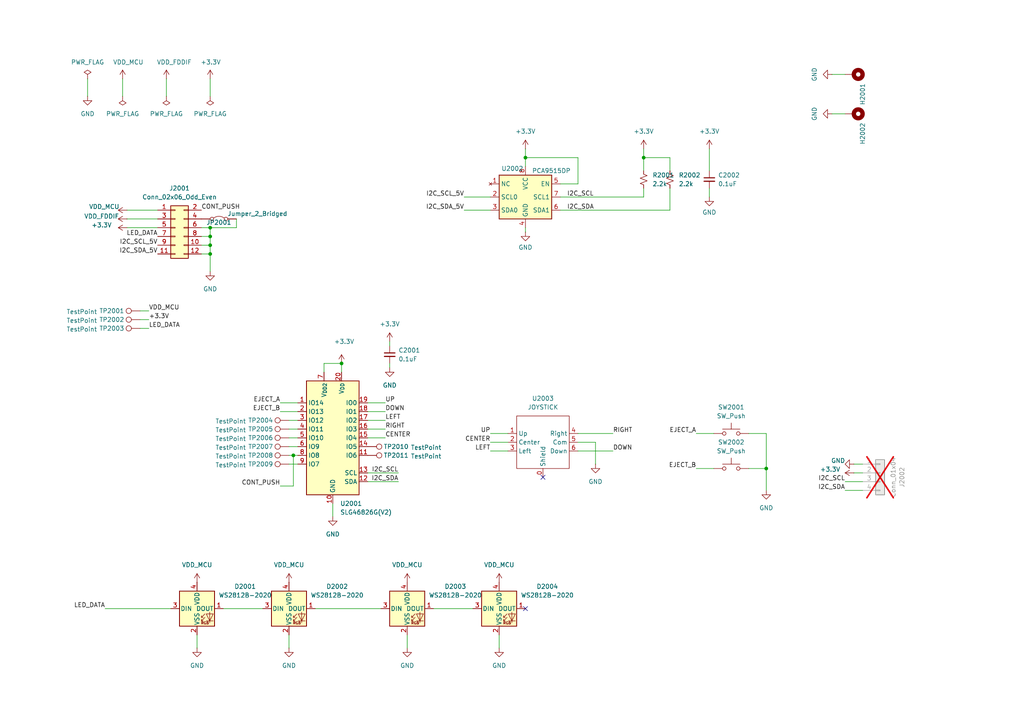
<source format=kicad_sch>
(kicad_sch (version 20250114) (generator "eeschema") (generator_version "9.0")
  (paper "A4")
  (lib_symbols
    (symbol "Connector:TestPoint" (pin_numbers (hide yes)) (pin_names (offset 0.762) (hide yes))
      (property "Reference" "TP" (at 0 6.858 0))
      (property "Value" "TestPoint" (at 0 5.08 0))
      (symbol "TestPoint_0_1"
        (circle (center 0 3.302) (radius 0.762))
      )
      (symbol "TestPoint_1_1"
        (pin passive line (at 0 0 90) (length 2.54) (name "1") (number "1"))
      )
    )
    (symbol "Connector_Generic:Conn_01x04" (pin_names (offset 1.016) (hide yes))
      (property "Reference" "J" (at 0 5.08 0))
      (property "Value" "Conn_01x04" (at 0 -7.62 0))
      (symbol "Conn_01x04_1_1"
        (rectangle (start -1.27 3.81) (end 1.27 -6.35) (stroke (width 0.254)) (fill (type background)))
        (rectangle (start -1.27 2.667) (end 0 2.413) (stroke (width 0.1524)))
        (rectangle (start -1.27 0.127) (end 0 -0.127) (stroke (width 0.1524)))
        (rectangle (start -1.27 -2.413) (end 0 -2.667) (stroke (width 0.1524)))
        (rectangle (start -1.27 -4.953) (end 0 -5.207) (stroke (width 0.1524)))
        (pin passive line (at -5.08 2.54 0) (length 3.81) (name "Pin_1") (number "1"))
        (pin passive line (at -5.08 0 0) (length 3.81) (name "Pin_2") (number "2"))
        (pin passive line (at -5.08 -2.54 0) (length 3.81) (name "Pin_3") (number "3"))
        (pin passive line (at -5.08 -5.08 0) (length 3.81) (name "Pin_4") (number "4"))
      )
    )
    (symbol "Connector_Generic:Conn_02x06_Odd_Even" (pin_names (offset 1.016) (hide yes))
      (property "Reference" "J" (at 1.27 7.62 0))
      (property "Value" "Conn_02x06_Odd_Even" (at 1.27 -10.16 0))
      (symbol "Conn_02x06_Odd_Even_1_1"
        (rectangle (start -1.27 6.35) (end 3.81 -8.89) (stroke (width 0.254)) (fill (type background)))
        (rectangle (start -1.27 5.207) (end 0 4.953) (stroke (width 0.1524)))
        (rectangle (start -1.27 2.667) (end 0 2.413) (stroke (width 0.1524)))
        (rectangle (start -1.27 0.127) (end 0 -0.127) (stroke (width 0.1524)))
        (rectangle (start -1.27 -2.413) (end 0 -2.667) (stroke (width 0.1524)))
        (rectangle (start -1.27 -4.953) (end 0 -5.207) (stroke (width 0.1524)))
        (rectangle (start -1.27 -7.493) (end 0 -7.747) (stroke (width 0.1524)))
        (rectangle (start 3.81 5.207) (end 2.54 4.953) (stroke (width 0.1524)))
        (rectangle (start 3.81 2.667) (end 2.54 2.413) (stroke (width 0.1524)))
        (rectangle (start 3.81 0.127) (end 2.54 -0.127) (stroke (width 0.1524)))
        (rectangle (start 3.81 -2.413) (end 2.54 -2.667) (stroke (width 0.1524)))
        (rectangle (start 3.81 -4.953) (end 2.54 -5.207) (stroke (width 0.1524)))
        (rectangle (start 3.81 -7.493) (end 2.54 -7.747) (stroke (width 0.1524)))
        (pin passive line (at -5.08 5.08 0) (length 3.81) (name "Pin_1") (number "1"))
        (pin passive line (at -5.08 2.54 0) (length 3.81) (name "Pin_3") (number "3"))
        (pin passive line (at -5.08 0 0) (length 3.81) (name "Pin_5") (number "5"))
        (pin passive line (at -5.08 -2.54 0) (length 3.81) (name "Pin_7") (number "7"))
        (pin passive line (at -5.08 -5.08 0) (length 3.81) (name "Pin_9") (number "9"))
        (pin passive line (at -5.08 -7.62 0) (length 3.81) (name "Pin_11") (number "11"))
        (pin passive line (at 7.62 5.08 180) (length 3.81) (name "Pin_2") (number "2"))
        (pin passive line (at 7.62 2.54 180) (length 3.81) (name "Pin_4") (number "4"))
        (pin passive line (at 7.62 0 180) (length 3.81) (name "Pin_6") (number "6"))
        (pin passive line (at 7.62 -2.54 180) (length 3.81) (name "Pin_8") (number "8"))
        (pin passive line (at 7.62 -5.08 180) (length 3.81) (name "Pin_10") (number "10"))
        (pin passive line (at 7.62 -7.62 180) (length 3.81) (name "Pin_12") (number "12"))
      )
    )
    (symbol "Device:C_Small" (pin_numbers (hide yes)) (pin_names (offset 0.254) (hide yes))
      (property "Reference" "C" (at 0.254 1.778 0))
      (property "Value" "C_Small" (at 0.254 -2.032 0))
      (symbol "C_Small_0_1"
        (polyline (pts (xy -1.524 0.508) (xy 1.524 0.508)) (stroke (width 0.3048)))
        (polyline (pts (xy -1.524 -0.508) (xy 1.524 -0.508)) (stroke (width 0.3302)))
      )
      (symbol "C_Small_1_1"
        (pin passive line (at 0 2.54 270) (length 2.032) (name "~") (number "1"))
        (pin passive line (at 0 -2.54 90) (length 2.032) (name "~") (number "2"))
      )
    )
    (symbol "Device:R_Small_US" (pin_numbers (hide yes)) (pin_names (offset 0.254) (hide yes))
      (property "Reference" "R" (at 0.762 0.508 0))
      (property "Value" "R_Small_US" (at 0.762 -1.016 0))
      (symbol "R_Small_US_1_1"
        (polyline (pts (xy 0 1.524) (xy 1.016 1.143) (xy 0 0.762) (xy -1.016 0.381) (xy 0 0)))
        (polyline (pts (xy 0 0) (xy 1.016 -0.381) (xy 0 -0.762) (xy -1.016 -1.143) (xy 0 -1.524)))
        (pin passive line (at 0 2.54 270) (length 1.016) (name "~") (number "1"))
        (pin passive line (at 0 -2.54 90) (length 1.016) (name "~") (number "2"))
      )
    )
    (symbol "Jumper:Jumper_2_Bridged" (pin_numbers (hide yes)) (pin_names (offset 0) (hide yes))
      (property "Reference" "JP" (at 0 1.905 0))
      (property "Value" "Jumper_2_Bridged" (at 0 -2.54 0))
      (symbol "Jumper_2_Bridged_0_0"
        (circle (center -2.032 0) (radius 0.508))
        (circle (center 2.032 0) (radius 0.508))
      )
      (symbol "Jumper_2_Bridged_0_1"
        (arc (start -1.524 0.254) (mid 0 0.762) (end 1.524 0.254))
      )
      (symbol "Jumper_2_Bridged_1_1"
        (pin passive line (at -5.08 0 0) (length 2.54) (name "A") (number "1"))
        (pin passive line (at 5.08 0 180) (length 2.54) (name "B") (number "2"))
      )
    )
    (symbol "LED:WS2812B-2020" (pin_names (offset 0.254))
      (property "Reference" "D" (at 5.08 5.715 0))
      (property "Value" "WS2812B-2020" (at 1.27 -5.715 0))
      (symbol "WS2812B-2020_0_0"
        (text "RGB" (at 2.286 -4.191 0) (effects (font (size 0.762 0.762))))
      )
      (symbol "WS2812B-2020_0_1"
        (polyline (pts (xy 1.27 -2.54) (xy 1.778 -2.54)))
        (polyline (pts (xy 1.27 -3.556) (xy 1.778 -3.556)))
        (polyline (pts (xy 2.286 -1.524) (xy 1.27 -2.54) (xy 1.27 -2.032)))
        (polyline (pts (xy 2.286 -2.54) (xy 1.27 -3.556) (xy 1.27 -3.048)))
        (polyline (pts (xy 3.683 -1.016) (xy 3.683 -3.556) (xy 3.683 -4.064)))
        (polyline (pts (xy 4.699 -1.524) (xy 2.667 -1.524) (xy 3.683 -3.556) (xy 4.699 -1.524)))
        (polyline (pts (xy 4.699 -3.556) (xy 2.667 -3.556)))
        (rectangle (start 5.08 5.08) (end -5.08 -5.08) (stroke (width 0.254)) (fill (type background)))
      )
      (symbol "WS2812B-2020_1_1"
        (pin input line (at -7.62 0 0) (length 2.54) (name "DIN") (number "3"))
        (pin power_in line (at 0 7.62 270) (length 2.54) (name "VDD") (number "4"))
        (pin power_in line (at 0 -7.62 90) (length 2.54) (name "VSS") (number "2"))
        (pin output line (at 7.62 0 180) (length 2.54) (name "DOUT") (number "1"))
      )
    )
    (symbol "Mechanical:MountingHole_Pad" (pin_numbers (hide yes)) (pin_names (offset 1.016) (hide yes)) (exclude_from_sim yes) (in_bom no)
      (property "Reference" "H" (at 0 6.35 0))
      (property "Value" "MountingHole_Pad" (at 0 4.445 0))
      (symbol "MountingHole_Pad_0_1"
        (circle (center 0 1.27) (radius 1.27) (stroke (width 1.27)))
      )
      (symbol "MountingHole_Pad_1_1"
        (pin input line (at 0 -2.54 90) (length 2.54) (name "1") (number "1"))
      )
    )
    (symbol "Switch:SW_Push" (pin_numbers (hide yes)) (pin_names (offset 1.016) (hide yes))
      (property "Reference" "SW" (at 1.27 2.54 0))
      (property "Value" "SW_Push" (at 0 -1.524 0))
      (symbol "SW_Push_0_1"
        (circle (center -2.032 0) (radius 0.508))
        (polyline (pts (xy 0 1.27) (xy 0 3.048)))
        (circle (center 2.032 0) (radius 0.508))
        (polyline (pts (xy 2.54 1.27) (xy -2.54 1.27)))
        (pin passive line (at -5.08 0 0) (length 2.54) (name "1") (number "1"))
        (pin passive line (at 5.08 0 180) (length 2.54) (name "2") (number "2"))
      )
    )
    (symbol "power:+3.3V" (power) (pin_numbers (hide yes)) (pin_names (offset 0) (hide yes))
      (property "Value" "+3.3V" (at 0 3.556 0))
      (symbol "+3.3V_0_1"
        (polyline (pts (xy -0.762 1.27) (xy 0 2.54)))
        (polyline (pts (xy 0 2.54) (xy 0.762 1.27)))
        (polyline (pts (xy 0 0) (xy 0 2.54)))
      )
      (symbol "+3.3V_1_1"
        (pin power_in line (at 0 0 90) (length 0) (name "~") (number "1"))
      )
    )
    (symbol "power:+5V" (power) (pin_numbers (hide yes)) (pin_names (offset 0) (hide yes))
      (property "Value" "+5V" (at 0 3.556 0))
      (symbol "+5V_0_1"
        (polyline (pts (xy -0.762 1.27) (xy 0 2.54)))
        (polyline (pts (xy 0 2.54) (xy 0.762 1.27)))
        (polyline (pts (xy 0 0) (xy 0 2.54)))
      )
      (symbol "+5V_1_1"
        (pin power_in line (at 0 0 90) (length 0) (name "~") (number "1"))
      )
    )
    (symbol "power:GND" (power) (pin_numbers (hide yes)) (pin_names (offset 0) (hide yes))
      (property "Value" "GND" (at 0 -3.81 0))
      (symbol "GND_0_1"
        (polyline (pts (xy 0 0) (xy 0 -1.27) (xy 1.27 -1.27) (xy 0 -2.54) (xy -1.27 -1.27) (xy 0 -1.27)))
      )
      (symbol "GND_1_1"
        (pin power_in line (at 0 0 270) (length 0) (name "~") (number "1"))
      )
    )
    (symbol "power:PWR_FLAG" (power) (pin_numbers (hide yes)) (pin_names (offset 0) (hide yes))
      (property "Value" "PWR_FLAG" (at 0 3.81 0))
      (symbol "PWR_FLAG_0_0"
        (pin power_out line (at 0 0 90) (length 0) (name "~") (number "1"))
      )
      (symbol "PWR_FLAG_0_1"
        (polyline (pts (xy 0 0) (xy 0 1.27) (xy -1.016 1.905) (xy 0 2.54) (xy 1.016 1.905) (xy 0 1.27)))
      )
    )
    (symbol "power:VDD" (power) (pin_numbers (hide yes)) (pin_names (offset 0) (hide yes))
      (property "Value" "VDD" (at 0 3.556 0))
      (symbol "VDD_0_1"
        (polyline (pts (xy -0.762 1.27) (xy 0 2.54)))
        (polyline (pts (xy 0 2.54) (xy 0.762 1.27)))
        (polyline (pts (xy 0 0) (xy 0 2.54)))
      )
      (symbol "VDD_1_1"
        (pin power_in line (at 0 0 90) (length 0) (name "~") (number "1"))
      )
    )
    (symbol "x68000-ext:PCA9515DP"
      (property "Reference" "U" (at -8.89 6.35 0))
      (property "Value" "PCA9515DP" (at 6.35 6.35 0))
      (symbol "PCA9515DP_0_1"
        (rectangle (start -7.62 5.08) (end 7.62 -7.62) (stroke (width 0.254)) (fill (type background)))
      )
      (symbol "PCA9515DP_1_1"
        (pin no_connect line (at -10.16 2.54 0) (length 2.54) (name "NC") (number "1"))
        (pin bidirectional line (at -10.16 -1.27 0) (length 2.54) (name "SCL0") (number "2"))
        (pin bidirectional line (at -10.16 -5.08 0) (length 2.54) (name "SDA0") (number "3"))
        (pin power_in line (at 0 7.62 270) (length 2.54) (name "VCC") (number "8"))
        (pin power_in line (at 0 -10.16 90) (length 2.54) (name "GND") (number "4"))
        (pin input line (at 10.16 2.54 180) (length 2.54) (name "EN") (number "5"))
        (pin bidirectional line (at 10.16 -1.27 180) (length 2.54) (name "SCL1") (number "7"))
        (pin bidirectional line (at 10.16 -5.08 180) (length 2.54) (name "SDA1") (number "6"))
      )
    )
    (symbol "x68000-ext:SKRHAAE010"
      (property "Reference" "U" (at -5.08 5.08 0))
      (symbol "SKRHAAE010_1_1"
        (rectangle (start -7.62 7.62) (end 7.62 -7.62))
        (pin passive line (at -10.16 2.54 0) (length 2.54) (name "A") (number "1") (alternate "Up" passive line))
        (pin passive line (at -10.16 0 0) (length 2.54) (name "Center") (number "2"))
        (pin passive line (at -10.16 -2.54 0) (length 2.54) (name "C") (number "3") (alternate "Left" passive line))
        (pin passive line (at 0 -10.16 90) (length 2.54) (name "Shield") (number "0"))
        (pin passive line (at 10.16 2.54 180) (length 2.54) (name "B") (number "4") (alternate "Right" passive line))
        (pin passive line (at 10.16 0 180) (length 2.54) (name "Com") (number "5"))
        (pin passive line (at 10.16 -2.54 180) (length 2.54) (name "D") (number "6") (alternate "Down" passive line))
      )
    )
    (symbol "x68000-ext:SLG46826G(V2)"
      (property "Reference" "U" (at 5.08 16.51 0))
      (property "Value" "SLG46826G(V2)" (at 8.636 -20.066 0))
      (symbol "SLG46826G(V2)_1_1"
        (rectangle (start -7.62 15.24) (end 7.62 -17.78) (stroke (width 0.254)) (fill (type background)))
        (pin bidirectional line (at -10.16 8.89 0) (length 2.54) (name "IO14") (number "1"))
        (pin bidirectional line (at -10.16 6.35 0) (length 2.54) (name "IO13") (number "2"))
        (pin bidirectional line (at -10.16 3.81 0) (length 2.54) (name "IO12") (number "3"))
        (pin bidirectional line (at -10.16 1.27 0) (length 2.54) (name "IO11") (number "4"))
        (pin bidirectional line (at -10.16 -1.27 0) (length 2.54) (name "IO10") (number "5"))
        (pin bidirectional line (at -10.16 -3.81 0) (length 2.54) (name "IO9") (number "6"))
        (pin bidirectional line (at -10.16 -6.35 0) (length 2.54) (name "IO8") (number "8"))
        (pin output line (at -10.16 -8.89 0) (length 2.54) (name "IO7") (number "9"))
        (pin power_in line (at -2.54 17.78 270) (length 2.54) (name "V_{DD2}") (number "7"))
        (pin power_in line (at 0 -20.32 90) (length 2.54) (name "GND") (number "10"))
        (pin power_in line (at 2.54 17.78 270) (length 2.54) (name "V_{DD}") (number "20"))
        (pin bidirectional line (at 10.16 8.89 180) (length 2.54) (name "IO0") (number "19"))
        (pin bidirectional line (at 10.16 6.35 180) (length 2.54) (name "IO1") (number "18"))
        (pin bidirectional line (at 10.16 3.81 180) (length 2.54) (name "IO2") (number "17"))
        (pin bidirectional line (at 10.16 1.27 180) (length 2.54) (name "IO3") (number "16"))
        (pin bidirectional line (at 10.16 -1.27 180) (length 2.54) (name "IO4") (number "15"))
        (pin bidirectional line (at 10.16 -3.81 180) (length 2.54) (name "IO5") (number "14"))
        (pin output line (at 10.16 -6.35 180) (length 2.54) (name "IO6") (number "11"))
        (pin bidirectional line (at 10.16 -11.43 180) (length 2.54) (name "SCL") (number "13"))
        (pin bidirectional line (at 10.16 -13.97 180) (length 2.54) (name "SDA") (number "12"))
      )
    )
  )
  (junction (at 60.96 66.04))
  (junction (at 222.25 135.89))
  (junction (at 60.96 68.58))
  (junction (at 60.96 71.12))
  (junction (at 152.4 45.72))
  (junction (at 60.96 73.66))
  (junction (at 85.09 132.08))
  (junction (at 186.69 45.72))
  (junction (at 99.06 105.41))
  (no_connect (at 157.48 138.43))
  (no_connect (at 152.4 176.53))
  (wire (pts (xy 111.76 121.92) (xy 106.68 121.92)))
  (wire (pts (xy 85.09 132.08) (xy 85.09 140.97)))
  (wire (pts (xy 134.62 57.15) (xy 142.24 57.15)))
  (wire (pts (xy 60.96 73.66) (xy 60.96 78.74)))
  (wire (pts (xy 81.28 140.97) (xy 85.09 140.97)))
  (wire (pts (xy 222.25 135.89) (xy 222.25 142.24)))
  (wire (pts (xy 245.11 21.59) (xy 241.3 21.59)))
  (wire (pts (xy 60.96 22.86) (xy 60.96 27.94)))
  (wire (pts (xy 250.19 137.16) (xy 247.65 137.16)))
  (wire (pts (xy 43.18 90.17) (xy 40.64 90.17)))
  (wire (pts (xy 60.96 68.58) (xy 60.96 71.12)))
  (wire (pts (xy 113.03 99.06) (xy 113.03 100.33)))
  (wire (pts (xy 162.56 60.96) (xy 194.31 60.96)))
  (wire (pts (xy 247.65 134.62) (xy 250.19 134.62)))
  (wire (pts (xy 125.73 176.53) (xy 137.16 176.53)))
  (wire (pts (xy 60.96 73.66) (xy 58.42 73.66)))
  (wire (pts (xy 152.4 45.72) (xy 152.4 48.26)))
  (wire (pts (xy 118.11 187.96) (xy 118.11 184.15)))
  (wire (pts (xy 177.8 130.81) (xy 167.64 130.81)))
  (wire (pts (xy 186.69 43.18) (xy 186.69 45.72)))
  (wire (pts (xy 222.25 125.73) (xy 222.25 135.89)))
  (wire (pts (xy 217.17 135.89) (xy 222.25 135.89)))
  (wire (pts (xy 245.11 33.02) (xy 241.3 33.02)))
  (wire (pts (xy 30.48 176.53) (xy 49.53 176.53)))
  (wire (pts (xy 113.03 105.41) (xy 113.03 106.68)))
  (wire (pts (xy 85.09 132.08) (xy 86.36 132.08)))
  (wire (pts (xy 177.8 125.73) (xy 167.64 125.73)))
  (wire (pts (xy 111.76 127) (xy 106.68 127)))
  (wire (pts (xy 162.56 53.34) (xy 167.64 53.34)))
  (wire (pts (xy 60.96 66.04) (xy 58.42 66.04)))
  (wire (pts (xy 194.31 49.53) (xy 194.31 45.72)))
  (wire (pts (xy 186.69 45.72) (xy 194.31 45.72)))
  (wire (pts (xy 194.31 60.96) (xy 194.31 54.61)))
  (wire (pts (xy 83.82 134.62) (xy 86.36 134.62)))
  (wire (pts (xy 64.77 176.53) (xy 76.2 176.53)))
  (wire (pts (xy 48.26 22.86) (xy 48.26 27.94)))
  (wire (pts (xy 93.98 105.41) (xy 99.06 105.41)))
  (wire (pts (xy 25.4 22.86) (xy 25.4 27.94)))
  (wire (pts (xy 83.82 132.08) (xy 85.09 132.08)))
  (wire (pts (xy 186.69 45.72) (xy 186.69 49.53)))
  (wire (pts (xy 142.24 128.27) (xy 147.32 128.27)))
  (wire (pts (xy 83.82 121.92) (xy 86.36 121.92)))
  (wire (pts (xy 201.93 135.89) (xy 207.01 135.89)))
  (wire (pts (xy 111.76 124.46) (xy 106.68 124.46)))
  (wire (pts (xy 250.19 139.7) (xy 245.11 139.7)))
  (wire (pts (xy 111.76 116.84) (xy 106.68 116.84)))
  (wire (pts (xy 81.28 116.84) (xy 86.36 116.84)))
  (wire (pts (xy 142.24 130.81) (xy 147.32 130.81)))
  (wire (pts (xy 205.74 54.61) (xy 205.74 57.15)))
  (wire (pts (xy 36.83 66.04) (xy 45.72 66.04)))
  (wire (pts (xy 134.62 60.96) (xy 142.24 60.96)))
  (wire (pts (xy 205.74 43.18) (xy 205.74 49.53)))
  (wire (pts (xy 250.19 142.24) (xy 245.11 142.24)))
  (wire (pts (xy 91.44 176.53) (xy 110.49 176.53)))
  (wire (pts (xy 111.76 119.38) (xy 106.68 119.38)))
  (wire (pts (xy 43.18 95.25) (xy 40.64 95.25)))
  (wire (pts (xy 57.15 187.96) (xy 57.15 184.15)))
  (wire (pts (xy 106.68 139.7) (xy 115.57 139.7)))
  (wire (pts (xy 167.64 45.72) (xy 152.4 45.72)))
  (wire (pts (xy 93.98 105.41) (xy 93.98 107.95)))
  (wire (pts (xy 217.17 125.73) (xy 222.25 125.73)))
  (wire (pts (xy 60.96 71.12) (xy 60.96 73.66)))
  (wire (pts (xy 106.68 137.16) (xy 115.57 137.16)))
  (wire (pts (xy 144.78 187.96) (xy 144.78 184.15)))
  (wire (pts (xy 35.56 22.86) (xy 35.56 27.94)))
  (wire (pts (xy 60.96 71.12) (xy 58.42 71.12)))
  (wire (pts (xy 60.96 66.04) (xy 60.96 68.58)))
  (wire (pts (xy 186.69 54.61) (xy 186.69 57.15)))
  (wire (pts (xy 43.18 92.71) (xy 40.64 92.71)))
  (wire (pts (xy 68.58 63.5) (xy 68.58 66.04)))
  (wire (pts (xy 172.72 128.27) (xy 172.72 134.62)))
  (wire (pts (xy 83.82 129.54) (xy 86.36 129.54)))
  (wire (pts (xy 36.83 63.5) (xy 45.72 63.5)))
  (wire (pts (xy 152.4 66.04) (xy 152.4 67.31)))
  (wire (pts (xy 142.24 125.73) (xy 147.32 125.73)))
  (wire (pts (xy 83.82 187.96) (xy 83.82 184.15)))
  (wire (pts (xy 167.64 53.34) (xy 167.64 45.72)))
  (wire (pts (xy 167.64 128.27) (xy 172.72 128.27)))
  (wire (pts (xy 152.4 43.18) (xy 152.4 45.72)))
  (wire (pts (xy 60.96 68.58) (xy 58.42 68.58)))
  (wire (pts (xy 83.82 124.46) (xy 86.36 124.46)))
  (wire (pts (xy 162.56 57.15) (xy 186.69 57.15)))
  (wire (pts (xy 68.58 66.04) (xy 60.96 66.04)))
  (wire (pts (xy 96.52 149.86) (xy 96.52 146.05)))
  (wire (pts (xy 201.93 125.73) (xy 207.01 125.73)))
  (wire (pts (xy 81.28 119.38) (xy 86.36 119.38)))
  (wire (pts (xy 36.83 60.96) (xy 45.72 60.96)))
  (wire (pts (xy 83.82 127) (xy 86.36 127)))
  (wire (pts (xy 99.06 105.41) (xy 99.06 107.95)))
  (label "VDD_MCU" (at 43.18 90.17 0))
  (label "CENTER" (at 142.24 128.27 180))
  (label "CENTER" (at 111.76 127 0))
  (label "EJECT_A" (at 201.93 125.73 180))
  (label "LED_DATA" (at 43.18 95.25 0))
  (label "I2C_SCL" (at 115.57 137.16 180))
  (label "UP" (at 142.24 125.73 180))
  (label "LEFT" (at 111.76 121.92 0))
  (label "LEFT" (at 142.24 130.81 180))
  (label "I2C_SDA_5V" (at 45.72 73.66 180))
  (label "I2C_SCL_5V" (at 134.62 57.15 180))
  (label "I2C_SCL" (at 164.465 57.15 0))
  (label "I2C_SDA" (at 245.11 142.24 180))
  (label "UP" (at 111.76 116.84 0))
  (label "RIGHT" (at 177.8 125.73 0))
  (label "I2C_SCL" (at 245.11 139.7 180))
  (label "I2C_SCL_5V" (at 45.72 71.12 180))
  (label "RIGHT" (at 111.76 124.46 0))
  (label "EJECT_B" (at 81.28 119.38 180))
  (label "I2C_SDA" (at 164.465 60.96 0))
  (label "I2C_SDA_5V" (at 134.62 60.96 180))
  (label "+3.3V" (at 43.18 92.71 0))
  (label "CONT_PUSH" (at 81.28 140.97 180))
  (label "DOWN" (at 177.8 130.81 0))
  (label "CONT_PUSH" (at 58.42 60.96 0))
  (label "LED_DATA" (at 45.72 68.58 180))
  (label "LED_DATA" (at 30.48 176.53 180))
  (label "EJECT_A" (at 81.28 116.84 180))
  (label "DOWN" (at 111.76 119.38 0))
  (label "EJECT_B" (at 201.93 135.89 180))
  (label "I2C_SDA" (at 115.57 139.7 180))
  (symbol (lib_id "Connector:TestPoint") (at 40.64 95.25 90) (unit 1)
    (property "Reference" "TP2003" (at 36.068 95.25 90) (effects (justify left)))
    (property "Value" "TestPoint" (at 28.194 95.504 90) (effects (justify left)))
    (property "Footprint" "TestPoint:TestPoint_Pad_1.0x1.0mm" (effects (hide yes)))
    (property "Description" "test point" (effects (hide yes)))
  )
  (symbol (lib_id "Mechanical:MountingHole_Pad") (at 247.65 33.02 270) (unit 1) (exclude_from_sim yes) (in_bom no)
    (property "Reference" "H2002" (at 250.1901 35.56 0) (effects (justify left)))
    (property "Value" "MountingHole_Pad" (effects (hide yes)))
    (property "Footprint" "MountingHole:MountingHole_3.2mm_M3_Pad" (effects (hide yes)))
    (property "Description" "Mounting Hole with connection" (effects (hide yes)))
    (property "LCSC" "C962334" (effects (hide yes)))
  )
  (symbol (lib_id "Switch:SW_Push") (at 212.09 135.89 0) (unit 1)
    (property "Reference" "SW2002" (at 212.09 128.27 0))
    (property "Value" "SW_Push" (at 212.09 130.81 0))
    (property "Footprint" "Button_Switch_SMD:SW_Push_SPST_NO_Alps_SKRK" (effects (hide yes)))
    (property "Description" "Push button switch, generic, two pins" (effects (hide yes)))
    (property "LCSC" "C720477" (effects (hide yes)))
  )
  (symbol (lib_id "power:GND") (at 241.3 21.59 270) (unit 1)
    (property "Reference" "#PWR02028" (effects (hide yes)))
    (property "Value" "GND" (at 236.22 21.59 0))
    (property "Description" "Power symbol creates a global label with name \"GND\" , ground" (effects (hide yes)))
  )
  (symbol (lib_id "power:GND") (at 172.72 134.62 0) (unit 1)
    (property "Reference" "#PWR02023" (effects (hide yes)))
    (property "Value" "GND" (at 172.72 139.7 0))
    (property "Description" "Power symbol creates a global label with name \"GND\" , ground" (effects (hide yes)))
  )
  (symbol (lib_id "power:GND") (at 152.4 67.31 0) (unit 1)
    (property "Reference" "#PWR02022" (effects (hide yes)))
    (property "Value" "GND" (at 152.4 71.755 0))
  )
  (symbol (lib_id "LED:WS2812B-2020") (at 144.78 176.53 0) (unit 1)
    (property "Reference" "D2004" (at 158.75 170.1098 0))
    (property "Value" "WS2812B-2020" (at 158.75 172.6498 0))
    (property "Footprint" "LED_SMD:LED_WS2812B-2020_PLCC4_2.0x2.0mm" (effects (hide yes)))
    (property "Datasheet" "https://cdn-shop.adafruit.com/product-files/4684/4684_WS2812B-2020_V1.3_EN.pdf" (effects (hide yes)))
    (property "Description" "RGB LED with integrated controller, 2.0 x 2.0 mm, 12 mA" (effects (hide yes)))
    (property "LCSC" "C965555" (effects (hide yes)))
  )
  (symbol (lib_id "power:PWR_FLAG") (at 25.4 22.86 0) (unit 1)
    (property "Reference" "#FLG02001" (effects (hide yes)))
    (property "Value" "PWR_FLAG" (at 25.4 18.034 0))
    (property "Description" "Special symbol for telling ERC where power comes from" (effects (hide yes)))
  )
  (symbol (lib_id "power:GND") (at 83.82 187.96 0) (unit 1)
    (property "Reference" "#PWR02012" (effects (hide yes)))
    (property "Value" "GND" (at 83.82 193.04 0))
    (property "Description" "Power symbol creates a global label with name \"GND\" , ground" (effects (hide yes)))
  )
  (symbol (lib_id "Connector:TestPoint") (at 83.82 134.62 90) (unit 1)
    (property "Reference" "TP2009" (at 79.248 134.62 90) (effects (justify left)))
    (property "Value" "TestPoint" (at 71.374 134.874 90) (effects (justify left)))
    (property "Footprint" "TestPoint:TestPoint_Pad_1.0x1.0mm" (effects (hide yes)))
    (property "Description" "test point" (effects (hide yes)))
  )
  (symbol (lib_id "power:+3.3V") (at 113.03 99.06 0) (unit 1)
    (property "Reference" "#PWR02015" (effects (hide yes)))
    (property "Value" "+3.3V" (at 113.03 93.98 0))
    (property "Description" "Power symbol creates a global label with name \"+3.3V\"" (effects (hide yes)))
  )
  (symbol (lib_id "power:GND") (at 57.15 187.96 0) (unit 1)
    (property "Reference" "#PWR02008" (effects (hide yes)))
    (property "Value" "GND" (at 57.15 193.04 0))
    (property "Description" "Power symbol creates a global label with name \"GND\" , ground" (effects (hide yes)))
  )
  (symbol (lib_id "power:GND") (at 241.3 33.02 270) (unit 1)
    (property "Reference" "#PWR02029" (effects (hide yes)))
    (property "Value" "GND" (at 236.22 33.02 0))
    (property "Description" "Power symbol creates a global label with name \"GND\" , ground" (effects (hide yes)))
  )
  (symbol (lib_id "power:VDD") (at 35.56 22.86 0) (unit 1)
    (property "Reference" "#PWR02002" (effects (hide yes)))
    (property "Value" "VDD_MCU" (at 32.766 18.034 0) (effects (justify left)))
    (property "Description" "Power symbol creates a global label with name \"VDD\"" (effects (hide yes)))
  )
  (symbol (lib_id "power:VDD") (at 48.26 22.86 0) (unit 1)
    (property "Reference" "#PWR02006" (effects (hide yes)))
    (property "Value" "VDD_FDDIF" (at 45.466 18.034 0) (effects (justify left)))
    (property "Description" "Power symbol creates a global label with name \"VDD\"" (effects (hide yes)))
  )
  (symbol (lib_id "power:GND") (at 25.4 27.94 0) (unit 1)
    (property "Reference" "#PWR02001" (effects (hide yes)))
    (property "Value" "GND" (at 25.4 33.02 0))
    (property "Description" "Power symbol creates a global label with name \"GND\" , ground" (effects (hide yes)))
  )
  (symbol (lib_id "Device:R_Small_US") (at 186.69 52.07 0) (unit 1)
    (property "Reference" "R2001" (at 189.23 50.7999 0) (effects (justify left)))
    (property "Value" "2.2k" (at 189.23 53.3399 0) (effects (justify left)))
    (property "Footprint" "Resistor_SMD:R_0603_1608Metric_Pad0.98x0.95mm_HandSolder" (effects (hide yes)))
  )
  (symbol (lib_id "Jumper:Jumper_2_Bridged") (at 63.5 63.5 0) (unit 1)
    (property "Reference" "JP2001" (at 63.5 64.516 0))
    (property "Value" "Jumper_2_Bridged" (at 74.676 61.976 0))
    (property "Footprint" "Jumper:SolderJumper-2_P1.3mm_Bridged_RoundedPad1.0x1.5mm" (effects (hide yes)))
    (property "Description" "Jumper, 2-pole, closed/bridged" (effects (hide yes)))
  )
  (symbol (lib_id "Connector:TestPoint") (at 40.64 90.17 90) (unit 1)
    (property "Reference" "TP2001" (at 36.068 90.17 90) (effects (justify left)))
    (property "Value" "TestPoint" (at 28.194 90.424 90) (effects (justify left)))
    (property "Footprint" "TestPoint:TestPoint_Pad_1.0x1.0mm" (effects (hide yes)))
    (property "Description" "test point" (effects (hide yes)))
  )
  (symbol (lib_id "LED:WS2812B-2020") (at 83.82 176.53 0) (unit 1)
    (property "Reference" "D2002" (at 97.79 170.1098 0))
    (property "Value" "WS2812B-2020" (at 97.79 172.6498 0))
    (property "Footprint" "LED_SMD:LED_WS2812B-2020_PLCC4_2.0x2.0mm" (effects (hide yes)))
    (property "Datasheet" "https://cdn-shop.adafruit.com/product-files/4684/4684_WS2812B-2020_V1.3_EN.pdf" (effects (hide yes)))
    (property "Description" "RGB LED with integrated controller, 2.0 x 2.0 mm, 12 mA" (effects (hide yes)))
    (property "LCSC" "C965555" (effects (hide yes)))
  )
  (symbol (lib_id "Connector:TestPoint") (at 83.82 127 90) (unit 1)
    (property "Reference" "TP2006" (at 79.248 127 90) (effects (justify left)))
    (property "Value" "TestPoint" (at 71.374 127.254 90) (effects (justify left)))
    (property "Footprint" "TestPoint:TestPoint_Pad_1.0x1.0mm" (effects (hide yes)))
    (property "Description" "test point" (effects (hide yes)))
  )
  (symbol (lib_id "Device:R_Small_US") (at 194.31 52.07 0) (unit 1)
    (property "Reference" "R2002" (at 196.85 50.7999 0) (effects (justify left)))
    (property "Value" "2.2k" (at 196.85 53.3399 0) (effects (justify left)))
    (property "Footprint" "Resistor_SMD:R_0603_1608Metric_Pad0.98x0.95mm_HandSolder" (effects (hide yes)))
  )
  (symbol (lib_id "power:VDD") (at 36.83 60.96 90) (unit 1)
    (property "Reference" "#PWR02003" (effects (hide yes)))
    (property "Value" "VDD_MCU" (at 30.226 59.944 90))
    (property "Description" "Power symbol creates a global label with name \"VDD\"" (effects (hide yes)))
  )
  (symbol (lib_id "Connector:TestPoint") (at 83.82 124.46 90) (unit 1)
    (property "Reference" "TP2005" (at 79.248 124.46 90) (effects (justify left)))
    (property "Value" "TestPoint" (at 71.374 124.714 90) (effects (justify left)))
    (property "Footprint" "TestPoint:TestPoint_Pad_1.0x1.0mm" (effects (hide yes)))
    (property "Description" "test point" (effects (hide yes)))
  )
  (symbol (lib_id "Connector:TestPoint") (at 106.68 129.54 270) (mirror x) (unit 1)
    (property "Reference" "TP2010" (at 111.252 129.54 90) (effects (justify left)))
    (property "Value" "TestPoint" (at 119.126 129.794 90) (effects (justify left)))
    (property "Footprint" "TestPoint:TestPoint_Pad_1.0x1.0mm" (effects (hide yes)))
    (property "Description" "test point" (effects (hide yes)))
  )
  (symbol (lib_id "Connector:TestPoint") (at 83.82 121.92 90) (unit 1)
    (property "Reference" "TP2004" (at 79.248 121.92 90) (effects (justify left)))
    (property "Value" "TestPoint" (at 71.374 122.174 90) (effects (justify left)))
    (property "Footprint" "TestPoint:TestPoint_Pad_1.0x1.0mm" (effects (hide yes)))
    (property "Description" "test point" (effects (hide yes)))
  )
  (symbol (lib_id "power:GND") (at 96.52 149.86 0) (unit 1)
    (property "Reference" "#PWR02013" (effects (hide yes)))
    (property "Value" "GND" (at 96.52 154.94 0))
    (property "Description" "Power symbol creates a global label with name \"GND\" , ground" (effects (hide yes)))
  )
  (symbol (lib_id "Connector_Generic:Conn_01x04") (at 255.27 137.16 0) (unit 1) (dnp yes)
    (property "Reference" "J2002" (at 261.62 138.43 90))
    (property "Value" "Conn_01x04" (at 259.08 138.43 90))
    (property "Footprint" "x68k-lib:OLED_Dispaly_1.29inch_I2C_4pin" (effects (hide yes)))
    (property "Description" "Generic connector, single row, 01x04, script generated (kicad-library-utils/schlib/autogen/connector/)" (effects (hide yes)))
  )
  (symbol (lib_id "power:+5V") (at 57.15 168.91 0) (unit 1)
    (property "Reference" "#PWR02007" (effects (hide yes)))
    (property "Value" "VDD_MCU" (at 57.15 163.83 0))
    (property "Description" "Power symbol creates a global label with name \"+5V\"" (effects (hide yes)))
  )
  (symbol (lib_id "power:GND") (at 113.03 106.68 0) (unit 1)
    (property "Reference" "#PWR02016" (effects (hide yes)))
    (property "Value" "GND" (at 113.03 111.76 0))
    (property "Description" "Power symbol creates a global label with name \"GND\" , ground" (effects (hide yes)))
  )
  (symbol (lib_id "power:PWR_FLAG") (at 60.96 27.94 0) (mirror x) (unit 1)
    (property "Reference" "#FLG02004" (effects (hide yes)))
    (property "Value" "PWR_FLAG" (at 60.96 33.02 0))
    (property "Description" "Special symbol for telling ERC where power comes from" (effects (hide yes)))
  )
  (symbol (lib_id "power:+3.3V") (at 152.4 43.18 0) (unit 1)
    (property "Reference" "#PWR02021" (effects (hide yes)))
    (property "Value" "+3.3V" (at 152.4 38.1 0))
    (property "Description" "Power symbol creates a global label with name \"+3.3V\"" (effects (hide yes)))
  )
  (symbol (lib_id "power:GND") (at 247.65 134.62 270) (unit 1)
    (property "Reference" "#PWR02030" (effects (hide yes)))
    (property "Value" "GND" (at 243.078 133.604 90))
    (property "Description" "Power symbol creates a global label with name \"GND\" , ground" (effects (hide yes)))
  )
  (symbol (lib_id "power:GND") (at 60.96 78.74 0) (unit 1)
    (property "Reference" "#PWR02010" (effects (hide yes)))
    (property "Value" "GND" (at 60.96 83.82 0))
    (property "Description" "Power symbol creates a global label with name \"GND\" , ground" (effects (hide yes)))
  )
  (symbol (lib_id "Connector:TestPoint") (at 83.82 129.54 90) (unit 1)
    (property "Reference" "TP2007" (at 79.248 129.54 90) (effects (justify left)))
    (property "Value" "TestPoint" (at 71.374 129.794 90) (effects (justify left)))
    (property "Footprint" "TestPoint:TestPoint_Pad_1.0x1.0mm" (effects (hide yes)))
    (property "Description" "test point" (effects (hide yes)))
  )
  (symbol (lib_id "power:VDD") (at 247.65 137.16 90) (unit 1)
    (property "Reference" "#PWR02031" (effects (hide yes)))
    (property "Value" "+3.3V" (at 240.792 136.144 90))
    (property "Description" "Power symbol creates a global label with name \"VDD\"" (effects (hide yes)))
  )
  (symbol (lib_id "LED:WS2812B-2020") (at 57.15 176.53 0) (unit 1)
    (property "Reference" "D2001" (at 71.12 170.1098 0))
    (property "Value" "WS2812B-2020" (at 71.12 172.6498 0))
    (property "Footprint" "LED_SMD:LED_WS2812B-2020_PLCC4_2.0x2.0mm" (effects (hide yes)))
    (property "Datasheet" "https://cdn-shop.adafruit.com/product-files/4684/4684_WS2812B-2020_V1.3_EN.pdf" (effects (hide yes)))
    (property "Description" "RGB LED with integrated controller, 2.0 x 2.0 mm, 12 mA" (effects (hide yes)))
    (property "LCSC" "C965555" (effects (hide yes)))
  )
  (symbol (lib_id "x68000-ext:SLG46826G(V2)") (at 96.52 125.73 0) (unit 1)
    (property "Reference" "U2001" (at 98.6633 146.05 0) (effects (justify left)))
    (property "Value" "SLG46826G(V2)" (at 98.6633 148.59 0) (effects (justify left)))
    (property "Footprint" "Package_SO:TSSOP-20_4.4x6.5mm_P0.65mm" (effects (hide yes)))
    (property "Datasheet" "https://www.renesas.com/in/en/document/dst/slg46826-datasheet" (effects (hide yes)))
    (property "Description" "GreenPAK Programmable Mixed-Signal Matrix with In-System Programmability, TSSOP-20" (effects (hide yes)))
    (property "LCSC" "C3281959" (effects (hide yes)))
  )
  (symbol (lib_id "power:GND") (at 222.25 142.24 0) (unit 1)
    (property "Reference" "#PWR02027" (effects (hide yes)))
    (property "Value" "GND" (at 222.25 147.32 0))
    (property "Description" "Power symbol creates a global label with name \"GND\" , ground" (effects (hide yes)))
  )
  (symbol (lib_id "Switch:SW_Push") (at 212.09 125.73 0) (unit 1)
    (property "Reference" "SW2001" (at 212.09 118.11 0))
    (property "Value" "SW_Push" (at 212.09 120.65 0))
    (property "Footprint" "Button_Switch_SMD:SW_Push_SPST_NO_Alps_SKRK" (effects (hide yes)))
    (property "Description" "Push button switch, generic, two pins" (effects (hide yes)))
    (property "LCSC" "C720477" (effects (hide yes)))
  )
  (symbol (lib_id "power:PWR_FLAG") (at 35.56 27.94 0) (mirror x) (unit 1)
    (property "Reference" "#FLG02002" (effects (hide yes)))
    (property "Value" "PWR_FLAG" (at 35.56 33.02 0))
    (property "Description" "Special symbol for telling ERC where power comes from" (effects (hide yes)))
  )
  (symbol (lib_id "power:GND") (at 205.74 57.15 0) (unit 1)
    (property "Reference" "#PWR02026" (effects (hide yes)))
    (property "Value" "GND" (at 205.74 61.595 0))
  )
  (symbol (lib_id "power:+5V") (at 144.78 168.91 0) (unit 1)
    (property "Reference" "#PWR02019" (effects (hide yes)))
    (property "Value" "VDD_MCU" (at 144.78 163.83 0))
    (property "Description" "Power symbol creates a global label with name \"+5V\"" (effects (hide yes)))
  )
  (symbol (lib_id "power:+3.3V") (at 205.74 43.18 0) (unit 1)
    (property "Reference" "#PWR02025" (effects (hide yes)))
    (property "Value" "+3.3V" (at 205.74 38.1 0))
    (property "Description" "Power symbol creates a global label with name \"+3.3V\"" (effects (hide yes)))
  )
  (symbol (lib_id "power:+3.3V") (at 99.06 105.41 0) (unit 1)
    (property "Reference" "#PWR02014" (effects (hide yes)))
    (property "Value" "+3.3V" (at 99.822 99.06 0))
    (property "Description" "Power symbol creates a global label with name \"+3.3V\"" (effects (hide yes)))
  )
  (symbol (lib_id "Connector:TestPoint") (at 106.68 132.08 270) (mirror x) (unit 1)
    (property "Reference" "TP2011" (at 111.252 132.08 90) (effects (justify left)))
    (property "Value" "TestPoint" (at 119.126 132.334 90) (effects (justify left)))
    (property "Footprint" "TestPoint:TestPoint_Pad_1.0x1.0mm" (effects (hide yes)))
    (property "Description" "test point" (effects (hide yes)))
  )
  (symbol (lib_id "power:GND") (at 118.11 187.96 0) (unit 1)
    (property "Reference" "#PWR02018" (effects (hide yes)))
    (property "Value" "GND" (at 118.11 193.04 0))
    (property "Description" "Power symbol creates a global label with name \"GND\" , ground" (effects (hide yes)))
  )
  (symbol (lib_id "Connector:TestPoint") (at 83.82 132.08 90) (unit 1)
    (property "Reference" "TP2008" (at 79.248 132.08 90) (effects (justify left)))
    (property "Value" "TestPoint" (at 71.374 132.334 90) (effects (justify left)))
    (property "Footprint" "TestPoint:TestPoint_Pad_1.0x1.0mm" (effects (hide yes)))
    (property "Description" "test point" (effects (hide yes)))
  )
  (symbol (lib_id "x68000-ext:PCA9515DP") (at 152.4 55.88 0) (unit 1)
    (property "Reference" "U2002" (at 145.415 48.895 0) (effects (justify left)))
    (property "Value" "PCA9515DP" (at 154.305 49.53 0) (effects (justify left)))
    (property "Footprint" "Package_SO:TSSOP-8_3x3mm_P0.65mm" (effects (hide yes)))
    (property "Datasheet" "https://jlcpcb.com/partdetail/NxpSemicon-PCA9515DP/C129512" (effects (hide yes)))
    (property "LCSC" "C2652413" (effects (hide yes)))
  )
  (symbol (lib_id "Connector:TestPoint") (at 40.64 92.71 90) (unit 1)
    (property "Reference" "TP2002" (at 36.068 92.71 90) (effects (justify left)))
    (property "Value" "TestPoint" (at 28.194 92.964 90) (effects (justify left)))
    (property "Footprint" "TestPoint:TestPoint_Pad_1.0x1.0mm" (effects (hide yes)))
    (property "Description" "test point" (effects (hide yes)))
  )
  (symbol (lib_id "power:GND") (at 144.78 187.96 0) (unit 1)
    (property "Reference" "#PWR02020" (effects (hide yes)))
    (property "Value" "GND" (at 144.78 193.04 0))
    (property "Description" "Power symbol creates a global label with name \"GND\" , ground" (effects (hide yes)))
  )
  (symbol (lib_id "Connector_Generic:Conn_02x06_Odd_Even") (at 50.8 66.04 0) (unit 1)
    (property "Reference" "J2001" (at 52.07 54.61 0))
    (property "Value" "Conn_02x06_Odd_Even" (at 52.07 57.15 0))
    (property "Footprint" "Connector_PinHeader_2.54mm:PinHeader_2x06_P2.54mm_Vertical" (effects (hide yes)))
    (property "Description" "Generic connector, double row, 02x06, odd/even pin numbering scheme (row 1 odd numbers, row 2 even numbers), script generated (kicad-library-utils/schlib/autogen/connector/)" (effects (hide yes)))
    (property "LCSC" "C492423" (effects (hide yes)))
  )
  (symbol (lib_id "power:+5V") (at 83.82 168.91 0) (unit 1)
    (property "Reference" "#PWR02011" (effects (hide yes)))
    (property "Value" "VDD_MCU" (at 83.82 163.83 0))
    (property "Description" "Power symbol creates a global label with name \"+5V\"" (effects (hide yes)))
  )
  (symbol (lib_id "power:PWR_FLAG") (at 48.26 27.94 0) (mirror x) (unit 1)
    (property "Reference" "#FLG02003" (effects (hide yes)))
    (property "Value" "PWR_FLAG" (at 48.26 33.02 0))
    (property "Description" "Special symbol for telling ERC where power comes from" (effects (hide yes)))
  )
  (symbol (lib_id "Device:C_Small") (at 113.03 102.87 0) (unit 1)
    (property "Reference" "C2001" (at 115.57 101.6062 0) (effects (justify left)))
    (property "Value" "0.1uF" (at 115.57 104.1462 0) (effects (justify left)))
    (property "Footprint" "Capacitor_SMD:C_0603_1608Metric" (effects (hide yes)))
    (property "Description" "Unpolarized capacitor, small symbol" (effects (hide yes)))
  )
  (symbol (lib_id "LED:WS2812B-2020") (at 118.11 176.53 0) (unit 1)
    (property "Reference" "D2003" (at 132.08 170.1098 0))
    (property "Value" "WS2812B-2020" (at 132.08 172.6498 0))
    (property "Footprint" "LED_SMD:LED_WS2812B-2020_PLCC4_2.0x2.0mm" (effects (hide yes)))
    (property "Datasheet" "https://cdn-shop.adafruit.com/product-files/4684/4684_WS2812B-2020_V1.3_EN.pdf" (effects (hide yes)))
    (property "Description" "RGB LED with integrated controller, 2.0 x 2.0 mm, 12 mA" (effects (hide yes)))
    (property "LCSC" "C965555" (effects (hide yes)))
  )
  (symbol (lib_id "power:+3.3V") (at 186.69 43.18 0) (unit 1)
    (property "Reference" "#PWR02024" (effects (hide yes)))
    (property "Value" "+3.3V" (at 186.69 38.1 0))
    (property "Description" "Power symbol creates a global label with name \"+3.3V\"" (effects (hide yes)))
  )
  (symbol (lib_id "power:+5V") (at 36.83 63.5 90) (unit 1)
    (property "Reference" "#PWR02004" (effects (hide yes)))
    (property "Value" "VDD_FDDIF" (at 29.464 62.738 90))
    (property "Description" "Power symbol creates a global label with name \"+5V\"" (effects (hide yes)))
  )
  (symbol (lib_id "power:+5V") (at 118.11 168.91 0) (unit 1)
    (property "Reference" "#PWR02017" (effects (hide yes)))
    (property "Value" "VDD_MCU" (at 118.11 163.83 0))
    (property "Description" "Power symbol creates a global label with name \"+5V\"" (effects (hide yes)))
  )
  (symbol (lib_id "power:VDD") (at 60.96 22.86 0) (unit 1)
    (property "Reference" "#PWR02009" (effects (hide yes)))
    (property "Value" "+3.3V" (at 58.166 18.034 0) (effects (justify left)))
    (property "Description" "Power symbol creates a global label with name \"VDD\"" (effects (hide yes)))
  )
  (symbol (lib_id "Device:C_Small") (at 205.74 52.07 0) (unit 1)
    (property "Reference" "C2002" (at 208.28 50.8062 0) (effects (justify left)))
    (property "Value" "0.1uF" (at 208.28 53.3462 0) (effects (justify left)))
    (property "Footprint" "Capacitor_SMD:C_0603_1608Metric_Pad1.08x0.95mm_HandSolder" (effects (hide yes)))
  )
  (symbol (lib_id "x68000-ext:SKRHAAE010") (at 157.48 128.27 0) (unit 1)
    (property "Reference" "U2003" (at 157.48 115.57 0))
    (property "Value" "JOYSTICK" (at 157.48 118.11 0))
    (property "Footprint" "x68k-lib:SKRHAAE010" (effects (hide yes)))
    (property "Datasheet" "https://tech.alpsalpine.com/j/products/detail/SKRHAAE010/" (effects (hide yes)))
    (property "LCSC" "C202423" (effects (hide yes)))
    (pin "1" (alternate "Up"))
    (pin "3" (alternate "Left"))
    (pin "4" (alternate "Right"))
    (pin "6" (alternate "Down"))
  )
  (symbol (lib_id "power:+5V") (at 36.83 66.04 90) (unit 1)
    (property "Reference" "#PWR02005" (effects (hide yes)))
    (property "Value" "+3.3V" (at 29.464 65.278 90))
    (property "Description" "Power symbol creates a global label with name \"+5V\"" (effects (hide yes)))
  )
  (symbol (lib_id "Mechanical:MountingHole_Pad") (at 247.65 21.59 270) (unit 1) (exclude_from_sim yes) (in_bom no)
    (property "Reference" "H2001" (at 250.1901 24.13 0) (effects (justify left)))
    (property "Value" "MountingHole_Pad" (effects (hide yes)))
    (property "Footprint" "MountingHole:MountingHole_3.2mm_M3_Pad" (effects (hide yes)))
    (property "Description" "Mounting Hole with connection" (effects (hide yes)))
    (property "LCSC" "C962334" (effects (hide yes)))
  )
)
</source>
